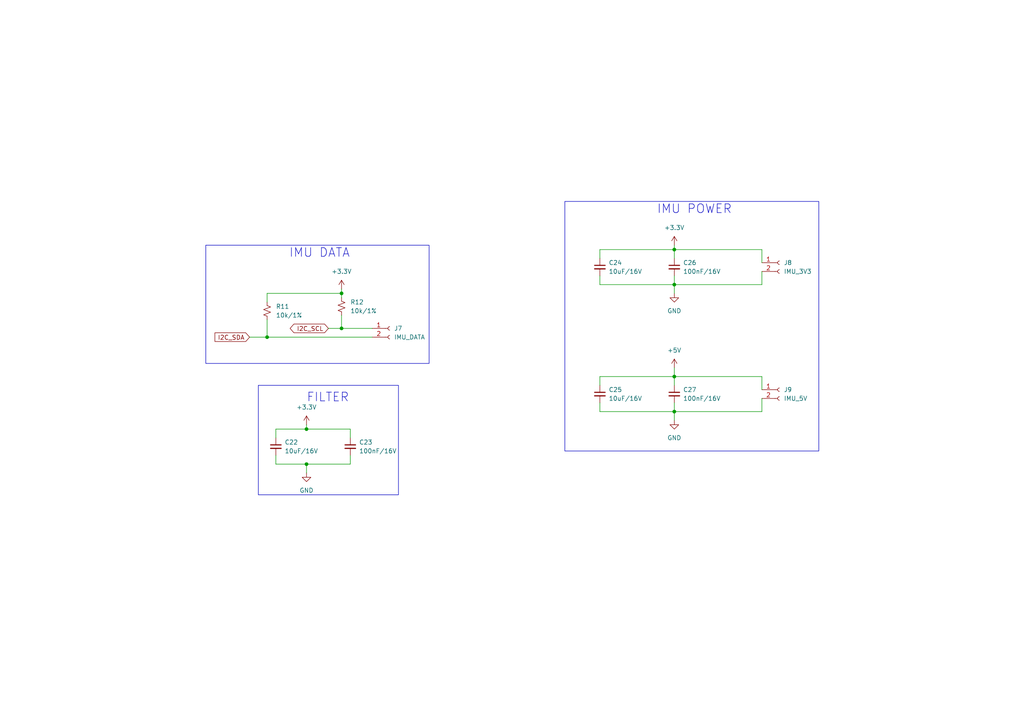
<source format=kicad_sch>
(kicad_sch (version 20230121) (generator eeschema)
  (paper "A4")
  (title_block (title "IMU") (date "2024-01-30"))
  (lib_symbols
    (symbol "Connector:Conn_01x02_Socket" (pin_names (offset 1.016) hide)
      (property "Reference" "J" (at 0 2.54 0))
      (property "Value" "Conn_01x02_Socket" (at 0 -5.08 0))
      (symbol "Conn_01x02_Socket_1_1"
        (arc (start 0 -2.032) (mid -0.5058 -2.54) (end 0 -3.048) (stroke (width 0.1524)))
        (polyline (pts (xy -1.27 -2.54) (xy -0.508 -2.54)) (stroke (width 0.1524)))
        (polyline (pts (xy -1.27 0) (xy -0.508 0)) (stroke (width 0.1524)))
        (arc (start 0 0.508) (mid -0.5058 0) (end 0 -0.508) (stroke (width 0.1524)))
        (pin passive line (at -5.08 0 0) (length 3.81) (name "Pin_1") (number "1"))
        (pin passive line (at -5.08 -2.54 0) (length 3.81) (name "Pin_2") (number "2"))
      )
    )
    (symbol "Device:C_Small" (pin_numbers hide) (pin_names (offset 0.254) hide)
      (property "Reference" "C" (at 0.254 1.778 0))
      (property "Value" "C_Small" (at 0.254 -2.032 0))
      (symbol "C_Small_0_1"
        (polyline (pts (xy -1.524 -0.508) (xy 1.524 -0.508)) (stroke (width 0.3302)))
        (polyline (pts (xy -1.524 0.508) (xy 1.524 0.508)) (stroke (width 0.3048)))
      )
      (symbol "C_Small_1_1"
        (pin passive line (at 0 2.54 270) (length 2.032) (name "~") (number "1"))
        (pin passive line (at 0 -2.54 90) (length 2.032) (name "~") (number "2"))
      )
    )
    (symbol "Device:R_Small_US" (pin_numbers hide) (pin_names (offset 0.254) hide)
      (property "Reference" "R" (at 0.762 0.508 0))
      (property "Value" "R_Small_US" (at 0.762 -1.016 0))
      (symbol "R_Small_US_1_1"
        (polyline (pts (xy 0 0) (xy 1.016 -0.381) (xy 0 -0.762) (xy -1.016 -1.143) (xy 0 -1.524)))
        (polyline (pts (xy 0 1.524) (xy 1.016 1.143) (xy 0 0.762) (xy -1.016 0.381) (xy 0 0)))
        (pin passive line (at 0 2.54 270) (length 1.016) (name "~") (number "1"))
        (pin passive line (at 0 -2.54 90) (length 1.016) (name "~") (number "2"))
      )
    )
    (symbol "power:+3.3V" (power) (pin_names (offset 0))
      (property "Value" "+3.3V" (at 0 3.556 0))
      (symbol "+3.3V_0_1"
        (polyline (pts (xy -0.762 1.27) (xy 0 2.54)))
        (polyline (pts (xy 0 0) (xy 0 2.54)))
        (polyline (pts (xy 0 2.54) (xy 0.762 1.27)))
      )
      (symbol "+3.3V_1_1"
        (pin power_in line (at 0 0 90) (length 0) hide (name "+3.3V") (number "1"))
      )
    )
    (symbol "power:+5V" (power) (pin_names (offset 0))
      (property "Value" "+5V" (at 0 3.556 0))
      (symbol "+5V_0_1"
        (polyline (pts (xy -0.762 1.27) (xy 0 2.54)))
        (polyline (pts (xy 0 0) (xy 0 2.54)))
        (polyline (pts (xy 0 2.54) (xy 0.762 1.27)))
      )
      (symbol "+5V_1_1"
        (pin power_in line (at 0 0 90) (length 0) hide (name "+5V") (number "1"))
      )
    )
    (symbol "power:GND" (power) (pin_names (offset 0))
      (property "Value" "GND" (at 0 -3.81 0))
      (symbol "GND_0_1"
        (polyline (pts (xy 0 0) (xy 0 -1.27) (xy 1.27 -1.27) (xy 0 -2.54) (xy -1.27 -1.27) (xy 0 -1.27)))
      )
      (symbol "GND_1_1"
        (pin power_in line (at 0 0 270) (length 0) hide (name "GND") (number "1"))
      )
    )
  )
  (junction (at 88.9 134.62))
  (junction (at 99.06 85.09))
  (junction (at 77.47 97.79))
  (junction (at 195.58 82.55))
  (junction (at 195.58 119.38))
  (junction (at 88.9 124.46))
  (junction (at 195.58 109.22))
  (junction (at 195.58 72.39))
  (junction (at 99.06 95.25))
  (wire (pts (xy 220.98 113.03) (xy 220.98 109.22)))
  (wire (pts (xy 99.06 91.44) (xy 99.06 95.25)))
  (wire (pts (xy 72.39 97.79) (xy 77.47 97.79)))
  (wire (pts (xy 173.99 82.55) (xy 173.99 80.01)))
  (wire (pts (xy 220.98 115.57) (xy 220.98 119.38)))
  (wire (pts (xy 195.58 119.38) (xy 195.58 121.92)))
  (wire (pts (xy 173.99 109.22) (xy 173.99 111.76)))
  (wire (pts (xy 195.58 71.12) (xy 195.58 72.39)))
  (wire (pts (xy 195.58 119.38) (xy 173.99 119.38)))
  (wire (pts (xy 88.9 124.46) (xy 80.01 124.46)))
  (wire (pts (xy 77.47 97.79) (xy 107.95 97.79)))
  (wire (pts (xy 195.58 116.84) (xy 195.58 119.38)))
  (wire (pts (xy 88.9 134.62) (xy 80.01 134.62)))
  (wire (pts (xy 88.9 134.62) (xy 88.9 137.16)))
  (wire (pts (xy 80.01 134.62) (xy 80.01 132.08)))
  (wire (pts (xy 220.98 109.22) (xy 195.58 109.22)))
  (wire (pts (xy 195.58 106.68) (xy 195.58 109.22)))
  (wire (pts (xy 101.6 124.46) (xy 101.6 127)))
  (wire (pts (xy 195.58 82.55) (xy 173.99 82.55)))
  (wire (pts (xy 195.58 72.39) (xy 195.58 74.93)))
  (wire (pts (xy 88.9 124.46) (xy 101.6 124.46)))
  (wire (pts (xy 195.58 72.39) (xy 173.99 72.39)))
  (wire (pts (xy 195.58 109.22) (xy 173.99 109.22)))
  (wire (pts (xy 220.98 119.38) (xy 195.58 119.38)))
  (wire (pts (xy 88.9 123.19) (xy 88.9 124.46)))
  (wire (pts (xy 99.06 85.09) (xy 99.06 83.82)))
  (wire (pts (xy 99.06 95.25) (xy 107.95 95.25)))
  (wire (pts (xy 77.47 92.71) (xy 77.47 97.79)))
  (wire (pts (xy 95.25 95.25) (xy 99.06 95.25)))
  (wire (pts (xy 195.58 82.55) (xy 195.58 85.09)))
  (wire (pts (xy 220.98 72.39) (xy 195.58 72.39)))
  (wire (pts (xy 173.99 119.38) (xy 173.99 116.84)))
  (wire (pts (xy 80.01 124.46) (xy 80.01 127)))
  (wire (pts (xy 220.98 76.2) (xy 220.98 72.39)))
  (wire (pts (xy 88.9 134.62) (xy 101.6 134.62)))
  (wire (pts (xy 195.58 80.01) (xy 195.58 82.55)))
  (wire (pts (xy 101.6 132.08) (xy 101.6 134.62)))
  (wire (pts (xy 77.47 85.09) (xy 99.06 85.09)))
  (wire (pts (xy 77.47 87.63) (xy 77.47 85.09)))
  (wire (pts (xy 173.99 72.39) (xy 173.99 74.93)))
  (wire (pts (xy 220.98 82.55) (xy 195.58 82.55)))
  (wire (pts (xy 195.58 109.22) (xy 195.58 111.76)))
  (wire (pts (xy 220.98 78.74) (xy 220.98 82.55)))
  (wire (pts (xy 99.06 86.36) (xy 99.06 85.09)))
  (rectangle (start 163.83 58.42) (end 237.49 130.81))
  (rectangle (start 74.93 111.76) (end 115.57 143.51))
  (rectangle (start 59.69 71.12) (end 124.46 105.41))
  (text "IMU POWER" (at 190.5 62.23 0) (effects (font (size 2.54 2.54)) (justify left bottom)))
  (text "IMU DATA" (at 83.82 74.93 0) (effects (font (size 2.54 2.54)) (justify left bottom)))
  (text "FILTER" (at 88.9 116.84 0) (effects (font (size 2.54 2.54)) (justify left bottom)))
  (global_label "I2C_SDA" (shape input) (at 72.39 97.79 180) (property "Intersheetrefs" "${INTERSHEET_REFS}" (effects hide)))
  (global_label "I2C_SCL" (shape bidirectional) (at 95.25 95.25 180) (property "Intersheetrefs" "${INTERSHEET_REFS}" (effects hide)))
  (symbol (lib_id "power:GND") (at 195.58 121.92 0) (unit 1)
    (property "Reference" "#PWR042" (effects hide))
    (property "Value" "GND" (at 195.58 127 0))
  )
  (symbol (lib_id "Connector:Conn_01x02_Socket") (at 226.06 113.03 0) (unit 1)
    (property "Reference" "J9" (at 227.33 113.03 0) (effects (justify left)))
    (property "Value" "IMU_5V" (at 227.33 115.57 0) (effects (justify left)))
    (property "Footprint" "Connector_XH_2:au_XH_2.54mm_2_Chan_Dan_SMD_Nam_Ngang" (effects hide))
    (property "URL" "https://www.thegioiic.com/dau-xh-2-54mm-2-chan-dan-smd-nam-ngang" (effects hide))
  )
  (symbol (lib_id "power:+5V") (at 195.58 106.68 0) (unit 1)
    (property "Reference" "#PWR041" (effects hide))
    (property "Value" "+5V" (at 195.58 101.6 0))
  )
  (symbol (lib_id "Device:R_Small_US") (at 99.06 88.9 0) (unit 1)
    (property "Reference" "R12" (at 101.6 87.63 0) (effects (justify left)))
    (property "Value" "10k/1%" (at 101.6 90.17 0) (effects (justify left)))
    (property "Footprint" "Resistor_SMD:R_0603_1608Metric_Pad0.98x0.95mm_HandSolder" (effects hide))
    (property "URL" "https://www.thegioiic.com/dien-tro-10-kohm-0603-1-" (effects hide))
    (instances (project "BFMC" (path "" (reference "R12") (unit 1))) (project "Brightness_Meter" (path "" (reference "R16") (unit 1))))
  )
  (symbol (lib_id "Device:C_Small") (at 173.99 114.3 0) (unit 1)
    (property "Reference" "C25" (at 176.53 113.0363 0) (effects (justify left)))
    (property "Value" "10uF/16V" (at 176.53 115.5763 0) (effects (justify left)))
    (property "Footprint" "Capacitor_SMD:C_0603_1608Metric_Pad1.08x0.95mm_HandSolder" (effects hide))
    (property "URL" "https://www.thegioiic.com/tu-gom-0603-10uf-16v" (effects hide))
    (instances (project "BFMC" (path "" (reference "C25") (unit 1))) (project "Brightness_Meter" (path "" (reference "C16") (unit 1)) (path "" (reference "C26") (unit 1))))
  )
  (symbol (lib_id "Device:C_Small") (at 173.99 77.47 0) (unit 1)
    (property "Reference" "C24" (at 176.53 76.2063 0) (effects (justify left)))
    (property "Value" "10uF/16V" (at 176.53 78.7463 0) (effects (justify left)))
    (property "Footprint" "Capacitor_SMD:C_0603_1608Metric_Pad1.08x0.95mm_HandSolder" (effects hide))
    (property "URL" "https://www.thegioiic.com/tu-gom-0603-10uf-16v" (effects hide))
    (instances (project "BFMC" (path "" (reference "C24") (unit 1))) (project "Brightness_Meter" (path "" (reference "C16") (unit 1)) (path "" (reference "C26") (unit 1))))
  )
  (symbol (lib_id "Device:R_Small_US") (at 77.47 90.17 0) (unit 1)
    (property "Reference" "R11" (at 80.01 88.9 0) (effects (justify left)))
    (property "Value" "10k/1%" (at 80.01 91.44 0) (effects (justify left)))
    (property "Footprint" "Resistor_SMD:R_0603_1608Metric_Pad0.98x0.95mm_HandSolder" (effects hide))
    (property "URL" "https://www.thegioiic.com/dien-tro-10-kohm-0603-1-" (effects hide))
    (instances (project "BFMC" (path "" (reference "R11") (unit 1))) (project "Brightness_Meter" (path "" (reference "R16") (unit 1))))
  )
  (symbol (lib_id "power:+3.3V") (at 99.06 83.82 0) (unit 1)
    (property "Reference" "#PWR038" (effects hide))
    (property "Value" "+3.3V" (at 99.06 78.74 0))
  )
  (symbol (lib_id "Device:C_Small") (at 80.01 129.54 0) (unit 1)
    (property "Reference" "C22" (at 82.55 128.2763 0) (effects (justify left)))
    (property "Value" "10uF/16V" (at 82.55 130.8163 0) (effects (justify left)))
    (property "Footprint" "Capacitor_SMD:C_0603_1608Metric_Pad1.08x0.95mm_HandSolder" (effects hide))
    (property "URL" "https://www.thegioiic.com/tu-gom-0603-10uf-16v" (effects hide))
    (instances (project "BFMC" (path "" (reference "C22") (unit 1))) (project "Brightness_Meter" (path "" (reference "C16") (unit 1)) (path "" (reference "C26") (unit 1))))
  )
  (symbol (lib_id "power:+3.3V") (at 195.58 71.12 0) (unit 1)
    (property "Reference" "#PWR039" (effects hide))
    (property "Value" "+3.3V" (at 195.58 66.04 0))
  )
  (symbol (lib_id "power:+3.3V") (at 88.9 123.19 0) (unit 1)
    (property "Reference" "#PWR036" (effects hide))
    (property "Value" "+3.3V" (at 88.9 118.11 0))
  )
  (symbol (lib_id "Device:C_Small") (at 195.58 77.47 0) (unit 1)
    (property "Reference" "C26" (at 198.12 76.2063 0) (effects (justify left)))
    (property "Value" "100nF/16V" (at 198.12 78.7463 0) (effects (justify left)))
    (property "Footprint" "Capacitor_SMD:C_0603_1608Metric_Pad1.08x0.95mm_HandSolder" (effects hide))
    (property "URL" "https://www.thegioiic.com/tu-gom-0603-100nf-0-1uf-16v" (effects hide))
    (instances (project "BFMC" (path "" (reference "C26") (unit 1))) (project "Brightness_Meter" (path "" (reference "C16") (unit 1)) (path "" (reference "C19") (unit 1))))
  )
  (symbol (lib_id "Device:C_Small") (at 195.58 114.3 0) (unit 1)
    (property "Reference" "C27" (at 198.12 113.0363 0) (effects (justify left)))
    (property "Value" "100nF/16V" (at 198.12 115.5763 0) (effects (justify left)))
    (property "Footprint" "Capacitor_SMD:C_0603_1608Metric_Pad1.08x0.95mm_HandSolder" (effects hide))
    (property "URL" "https://www.thegioiic.com/tu-gom-0603-100nf-0-1uf-16v" (effects hide))
    (instances (project "BFMC" (path "" (reference "C27") (unit 1))) (project "Brightness_Meter" (path "" (reference "C16") (unit 1)) (path "" (reference "C19") (unit 1))))
  )
  (symbol (lib_id "Connector:Conn_01x02_Socket") (at 113.03 95.25 0) (unit 1)
    (property "Reference" "J7" (at 114.3 95.25 0) (effects (justify left)))
    (property "Value" "IMU_DATA" (at 114.3 97.79 0) (effects (justify left)))
    (property "Footprint" "Connector_XH_2:au_XH_2.54mm_2_Chan_Dan_SMD_Nam_Ngang" (effects hide))
    (property "URL" "https://www.thegioiic.com/dau-xh-2-54mm-2-chan-dan-smd-nam-ngang" (effects hide))
  )
  (symbol (lib_id "power:GND") (at 195.58 85.09 0) (unit 1)
    (property "Reference" "#PWR040" (effects hide))
    (property "Value" "GND" (at 195.58 90.17 0))
  )
  (symbol (lib_id "Connector:Conn_01x02_Socket") (at 226.06 76.2 0) (unit 1)
    (property "Reference" "J8" (at 227.33 76.2 0) (effects (justify left)))
    (property "Value" "IMU_3V3" (at 227.33 78.74 0) (effects (justify left)))
    (property "Footprint" "Connector_XH_2:au_XH_2.54mm_2_Chan_Dan_SMD_Nam_Ngang" (effects hide))
    (property "URL" "https://www.thegioiic.com/dau-xh-2-54mm-2-chan-dan-smd-nam-ngang" (effects hide))
  )
  (symbol (lib_id "Device:C_Small") (at 101.6 129.54 0) (unit 1)
    (property "Reference" "C23" (at 104.14 128.2763 0) (effects (justify left)))
    (property "Value" "100nF/16V" (at 104.14 130.8163 0) (effects (justify left)))
    (property "Footprint" "Capacitor_SMD:C_0603_1608Metric_Pad1.08x0.95mm_HandSolder" (effects hide))
    (property "URL" "https://www.thegioiic.com/tu-gom-0603-100nf-0-1uf-16v" (effects hide))
    (instances (project "BFMC" (path "" (reference "C23") (unit 1))) (project "Brightness_Meter" (path "" (reference "C16") (unit 1)) (path "" (reference "C19") (unit 1))))
  )
  (symbol (lib_id "power:GND") (at 88.9 137.16 0) (unit 1)
    (property "Reference" "#PWR037" (effects hide))
    (property "Value" "GND" (at 88.9 142.24 0))
  )
)
</source>
